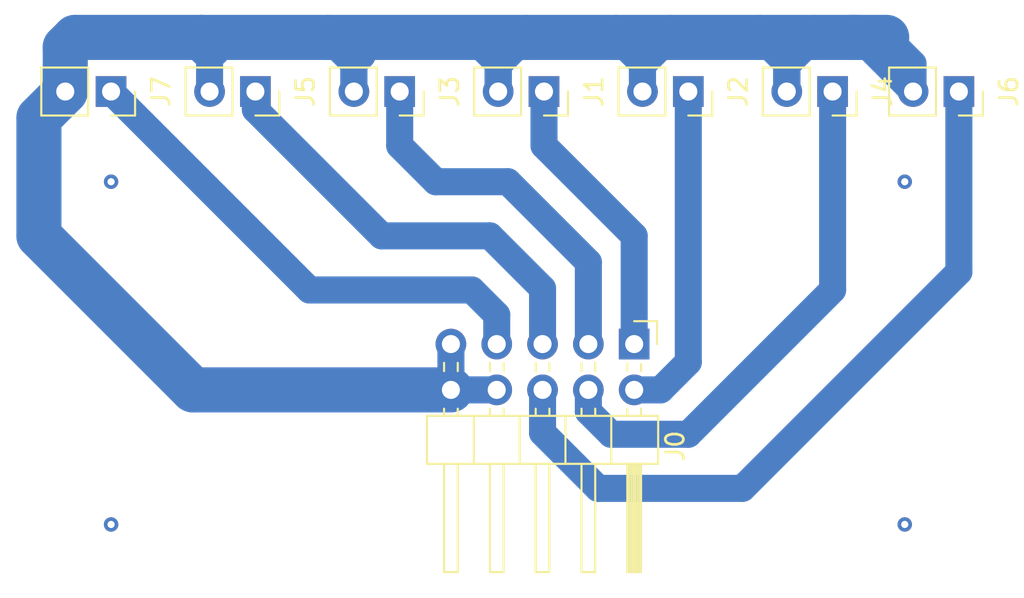
<source format=kicad_pcb>
(kicad_pcb (version 20171130) (host pcbnew 5.1.8)

  (general
    (thickness 1.6)
    (drawings 10)
    (tracks 88)
    (zones 0)
    (modules 8)
    (nets 9)
  )

  (page A4)
  (layers
    (0 F.Cu signal)
    (31 B.Cu signal)
    (32 B.Adhes user)
    (33 F.Adhes user)
    (34 B.Paste user)
    (35 F.Paste user)
    (36 B.SilkS user)
    (37 F.SilkS user)
    (38 B.Mask user)
    (39 F.Mask user)
    (40 Dwgs.User user)
    (41 Cmts.User user)
    (42 Eco1.User user)
    (43 Eco2.User user)
    (44 Edge.Cuts user)
    (45 Margin user)
    (46 B.CrtYd user)
    (47 F.CrtYd user)
    (48 B.Fab user)
    (49 F.Fab user)
  )

  (setup
    (last_trace_width 1.5)
    (user_trace_width 1.5)
    (user_trace_width 2)
    (user_trace_width 2.5)
    (trace_clearance 0.2)
    (zone_clearance 0.508)
    (zone_45_only no)
    (trace_min 0.2)
    (via_size 0.8)
    (via_drill 0.4)
    (via_min_size 0.4)
    (via_min_drill 0.3)
    (uvia_size 0.3)
    (uvia_drill 0.1)
    (uvias_allowed no)
    (uvia_min_size 0.2)
    (uvia_min_drill 0.1)
    (edge_width 0.05)
    (segment_width 0.2)
    (pcb_text_width 0.3)
    (pcb_text_size 1.5 1.5)
    (mod_edge_width 0.12)
    (mod_text_size 1 1)
    (mod_text_width 0.15)
    (pad_size 1.524 1.524)
    (pad_drill 0.762)
    (pad_to_mask_clearance 0)
    (aux_axis_origin 0 0)
    (visible_elements FFFFFF7F)
    (pcbplotparams
      (layerselection 0x01800_fffffffe)
      (usegerberextensions false)
      (usegerberattributes true)
      (usegerberadvancedattributes true)
      (creategerberjobfile true)
      (excludeedgelayer true)
      (linewidth 0.100000)
      (plotframeref false)
      (viasonmask false)
      (mode 1)
      (useauxorigin false)
      (hpglpennumber 1)
      (hpglpenspeed 20)
      (hpglpendiameter 15.000000)
      (psnegative false)
      (psa4output false)
      (plotreference false)
      (plotvalue false)
      (plotinvisibletext false)
      (padsonsilk false)
      (subtractmaskfromsilk false)
      (outputformat 5)
      (mirror false)
      (drillshape 1)
      (scaleselection 1)
      (outputdirectory "./"))
  )

  (net 0 "")
  (net 1 /SEG_D)
  (net 2 /SEG_C)
  (net 3 /SEG_E)
  (net 4 /SEG_B)
  (net 5 /SEG_F)
  (net 6 /SEG_A)
  (net 7 /SEG_G)
  (net 8 /+12V)

  (net_class Default "This is the default net class."
    (clearance 0.2)
    (trace_width 0.25)
    (via_dia 0.8)
    (via_drill 0.4)
    (uvia_dia 0.3)
    (uvia_drill 0.1)
    (add_net /+12V)
    (add_net /SEG_A)
    (add_net /SEG_B)
    (add_net /SEG_C)
    (add_net /SEG_D)
    (add_net /SEG_E)
    (add_net /SEG_F)
    (add_net /SEG_G)
  )

  (module Connector_PinSocket_2.54mm:PinSocket_1x02_P2.54mm_Vertical (layer F.Cu) (tedit 5A19A420) (tstamp 5FB839C3)
    (at 176 62 270)
    (descr "Through hole straight socket strip, 1x02, 2.54mm pitch, single row (from Kicad 4.0.7), script generated")
    (tags "Through hole socket strip THT 1x02 2.54mm single row")
    (path /5FB9468F)
    (fp_text reference J4 (at 0 -2.77 90) (layer F.SilkS)
      (effects (font (size 1 1) (thickness 0.15)))
    )
    (fp_text value Conn_B (at 0 5.31 90) (layer F.Fab)
      (effects (font (size 1 1) (thickness 0.15)))
    )
    (fp_line (start -1.27 -1.27) (end 0.635 -1.27) (layer F.Fab) (width 0.1))
    (fp_line (start 0.635 -1.27) (end 1.27 -0.635) (layer F.Fab) (width 0.1))
    (fp_line (start 1.27 -0.635) (end 1.27 3.81) (layer F.Fab) (width 0.1))
    (fp_line (start 1.27 3.81) (end -1.27 3.81) (layer F.Fab) (width 0.1))
    (fp_line (start -1.27 3.81) (end -1.27 -1.27) (layer F.Fab) (width 0.1))
    (fp_line (start -1.33 1.27) (end 1.33 1.27) (layer F.SilkS) (width 0.12))
    (fp_line (start -1.33 1.27) (end -1.33 3.87) (layer F.SilkS) (width 0.12))
    (fp_line (start -1.33 3.87) (end 1.33 3.87) (layer F.SilkS) (width 0.12))
    (fp_line (start 1.33 1.27) (end 1.33 3.87) (layer F.SilkS) (width 0.12))
    (fp_line (start 1.33 -1.33) (end 1.33 0) (layer F.SilkS) (width 0.12))
    (fp_line (start 0 -1.33) (end 1.33 -1.33) (layer F.SilkS) (width 0.12))
    (fp_line (start -1.8 -1.8) (end 1.75 -1.8) (layer F.CrtYd) (width 0.05))
    (fp_line (start 1.75 -1.8) (end 1.75 4.3) (layer F.CrtYd) (width 0.05))
    (fp_line (start 1.75 4.3) (end -1.8 4.3) (layer F.CrtYd) (width 0.05))
    (fp_line (start -1.8 4.3) (end -1.8 -1.8) (layer F.CrtYd) (width 0.05))
    (fp_text user %R (at 0 1.27) (layer F.Fab)
      (effects (font (size 1 1) (thickness 0.15)))
    )
    (pad 2 thru_hole oval (at 0 2.54 270) (size 1.7 1.7) (drill 1) (layers *.Cu *.Mask)
      (net 8 /+12V))
    (pad 1 thru_hole rect (at 0 0 270) (size 1.7 1.7) (drill 1) (layers *.Cu *.Mask)
      (net 4 /SEG_B))
    (model ${KISYS3DMOD}/Connector_PinSocket_2.54mm.3dshapes/PinSocket_1x02_P2.54mm_Vertical.wrl
      (at (xyz 0 0 0))
      (scale (xyz 1 1 1))
      (rotate (xyz 0 0 0))
    )
  )

  (module Connector_PinSocket_2.54mm:PinSocket_1x02_P2.54mm_Vertical (layer F.Cu) (tedit 5A19A420) (tstamp 5FB83B6A)
    (at 136 62 270)
    (descr "Through hole straight socket strip, 1x02, 2.54mm pitch, single row (from Kicad 4.0.7), script generated")
    (tags "Through hole socket strip THT 1x02 2.54mm single row")
    (path /5FB972F8)
    (fp_text reference J7 (at 0 -2.77 90) (layer F.SilkS)
      (effects (font (size 1 1) (thickness 0.15)))
    )
    (fp_text value Conn_G (at 0 5.31 90) (layer F.Fab)
      (effects (font (size 1 1) (thickness 0.15)))
    )
    (fp_line (start -1.27 -1.27) (end 0.635 -1.27) (layer F.Fab) (width 0.1))
    (fp_line (start 0.635 -1.27) (end 1.27 -0.635) (layer F.Fab) (width 0.1))
    (fp_line (start 1.27 -0.635) (end 1.27 3.81) (layer F.Fab) (width 0.1))
    (fp_line (start 1.27 3.81) (end -1.27 3.81) (layer F.Fab) (width 0.1))
    (fp_line (start -1.27 3.81) (end -1.27 -1.27) (layer F.Fab) (width 0.1))
    (fp_line (start -1.33 1.27) (end 1.33 1.27) (layer F.SilkS) (width 0.12))
    (fp_line (start -1.33 1.27) (end -1.33 3.87) (layer F.SilkS) (width 0.12))
    (fp_line (start -1.33 3.87) (end 1.33 3.87) (layer F.SilkS) (width 0.12))
    (fp_line (start 1.33 1.27) (end 1.33 3.87) (layer F.SilkS) (width 0.12))
    (fp_line (start 1.33 -1.33) (end 1.33 0) (layer F.SilkS) (width 0.12))
    (fp_line (start 0 -1.33) (end 1.33 -1.33) (layer F.SilkS) (width 0.12))
    (fp_line (start -1.8 -1.8) (end 1.75 -1.8) (layer F.CrtYd) (width 0.05))
    (fp_line (start 1.75 -1.8) (end 1.75 4.3) (layer F.CrtYd) (width 0.05))
    (fp_line (start 1.75 4.3) (end -1.8 4.3) (layer F.CrtYd) (width 0.05))
    (fp_line (start -1.8 4.3) (end -1.8 -1.8) (layer F.CrtYd) (width 0.05))
    (fp_text user %R (at 0 1.27) (layer F.Fab)
      (effects (font (size 1 1) (thickness 0.15)))
    )
    (pad 2 thru_hole oval (at 0 2.54 270) (size 1.7 1.7) (drill 1) (layers *.Cu *.Mask)
      (net 8 /+12V))
    (pad 1 thru_hole rect (at 0 0 270) (size 1.7 1.7) (drill 1) (layers *.Cu *.Mask)
      (net 7 /SEG_G))
    (model ${KISYS3DMOD}/Connector_PinSocket_2.54mm.3dshapes/PinSocket_1x02_P2.54mm_Vertical.wrl
      (at (xyz 0 0 0))
      (scale (xyz 1 1 1))
      (rotate (xyz 0 0 0))
    )
  )

  (module Connector_PinSocket_2.54mm:PinSocket_1x02_P2.54mm_Vertical (layer F.Cu) (tedit 5A19A420) (tstamp 5FB839AD)
    (at 152 62 270)
    (descr "Through hole straight socket strip, 1x02, 2.54mm pitch, single row (from Kicad 4.0.7), script generated")
    (tags "Through hole socket strip THT 1x02 2.54mm single row")
    (path /5FB917C5)
    (fp_text reference J3 (at 0 -2.77 90) (layer F.SilkS)
      (effects (font (size 1 1) (thickness 0.15)))
    )
    (fp_text value Conn_E (at 0 5.31 90) (layer F.Fab)
      (effects (font (size 1 1) (thickness 0.15)))
    )
    (fp_line (start -1.27 -1.27) (end 0.635 -1.27) (layer F.Fab) (width 0.1))
    (fp_line (start 0.635 -1.27) (end 1.27 -0.635) (layer F.Fab) (width 0.1))
    (fp_line (start 1.27 -0.635) (end 1.27 3.81) (layer F.Fab) (width 0.1))
    (fp_line (start 1.27 3.81) (end -1.27 3.81) (layer F.Fab) (width 0.1))
    (fp_line (start -1.27 3.81) (end -1.27 -1.27) (layer F.Fab) (width 0.1))
    (fp_line (start -1.33 1.27) (end 1.33 1.27) (layer F.SilkS) (width 0.12))
    (fp_line (start -1.33 1.27) (end -1.33 3.87) (layer F.SilkS) (width 0.12))
    (fp_line (start -1.33 3.87) (end 1.33 3.87) (layer F.SilkS) (width 0.12))
    (fp_line (start 1.33 1.27) (end 1.33 3.87) (layer F.SilkS) (width 0.12))
    (fp_line (start 1.33 -1.33) (end 1.33 0) (layer F.SilkS) (width 0.12))
    (fp_line (start 0 -1.33) (end 1.33 -1.33) (layer F.SilkS) (width 0.12))
    (fp_line (start -1.8 -1.8) (end 1.75 -1.8) (layer F.CrtYd) (width 0.05))
    (fp_line (start 1.75 -1.8) (end 1.75 4.3) (layer F.CrtYd) (width 0.05))
    (fp_line (start 1.75 4.3) (end -1.8 4.3) (layer F.CrtYd) (width 0.05))
    (fp_line (start -1.8 4.3) (end -1.8 -1.8) (layer F.CrtYd) (width 0.05))
    (fp_text user %R (at 0 1.27) (layer F.Fab)
      (effects (font (size 1 1) (thickness 0.15)))
    )
    (pad 2 thru_hole oval (at 0 2.54 270) (size 1.7 1.7) (drill 1) (layers *.Cu *.Mask)
      (net 8 /+12V))
    (pad 1 thru_hole rect (at 0 0 270) (size 1.7 1.7) (drill 1) (layers *.Cu *.Mask)
      (net 3 /SEG_E))
    (model ${KISYS3DMOD}/Connector_PinSocket_2.54mm.3dshapes/PinSocket_1x02_P2.54mm_Vertical.wrl
      (at (xyz 0 0 0))
      (scale (xyz 1 1 1))
      (rotate (xyz 0 0 0))
    )
  )

  (module Connector_PinSocket_2.54mm:PinSocket_1x02_P2.54mm_Vertical (layer F.Cu) (tedit 5A19A420) (tstamp 5FB83997)
    (at 168 62 270)
    (descr "Through hole straight socket strip, 1x02, 2.54mm pitch, single row (from Kicad 4.0.7), script generated")
    (tags "Through hole socket strip THT 1x02 2.54mm single row")
    (path /5FB90BAE)
    (fp_text reference J2 (at 0 -2.77 90) (layer F.SilkS)
      (effects (font (size 1 1) (thickness 0.15)))
    )
    (fp_text value Conn_C (at 0 5.31 90) (layer F.Fab)
      (effects (font (size 1 1) (thickness 0.15)))
    )
    (fp_line (start -1.27 -1.27) (end 0.635 -1.27) (layer F.Fab) (width 0.1))
    (fp_line (start 0.635 -1.27) (end 1.27 -0.635) (layer F.Fab) (width 0.1))
    (fp_line (start 1.27 -0.635) (end 1.27 3.81) (layer F.Fab) (width 0.1))
    (fp_line (start 1.27 3.81) (end -1.27 3.81) (layer F.Fab) (width 0.1))
    (fp_line (start -1.27 3.81) (end -1.27 -1.27) (layer F.Fab) (width 0.1))
    (fp_line (start -1.33 1.27) (end 1.33 1.27) (layer F.SilkS) (width 0.12))
    (fp_line (start -1.33 1.27) (end -1.33 3.87) (layer F.SilkS) (width 0.12))
    (fp_line (start -1.33 3.87) (end 1.33 3.87) (layer F.SilkS) (width 0.12))
    (fp_line (start 1.33 1.27) (end 1.33 3.87) (layer F.SilkS) (width 0.12))
    (fp_line (start 1.33 -1.33) (end 1.33 0) (layer F.SilkS) (width 0.12))
    (fp_line (start 0 -1.33) (end 1.33 -1.33) (layer F.SilkS) (width 0.12))
    (fp_line (start -1.8 -1.8) (end 1.75 -1.8) (layer F.CrtYd) (width 0.05))
    (fp_line (start 1.75 -1.8) (end 1.75 4.3) (layer F.CrtYd) (width 0.05))
    (fp_line (start 1.75 4.3) (end -1.8 4.3) (layer F.CrtYd) (width 0.05))
    (fp_line (start -1.8 4.3) (end -1.8 -1.8) (layer F.CrtYd) (width 0.05))
    (fp_text user %R (at 0 1.27) (layer F.Fab)
      (effects (font (size 1 1) (thickness 0.15)))
    )
    (pad 2 thru_hole oval (at 0 2.54 270) (size 1.7 1.7) (drill 1) (layers *.Cu *.Mask)
      (net 8 /+12V))
    (pad 1 thru_hole rect (at 0 0 270) (size 1.7 1.7) (drill 1) (layers *.Cu *.Mask)
      (net 2 /SEG_C))
    (model ${KISYS3DMOD}/Connector_PinSocket_2.54mm.3dshapes/PinSocket_1x02_P2.54mm_Vertical.wrl
      (at (xyz 0 0 0))
      (scale (xyz 1 1 1))
      (rotate (xyz 0 0 0))
    )
  )

  (module Connector_PinSocket_2.54mm:PinSocket_1x02_P2.54mm_Vertical (layer F.Cu) (tedit 5A19A420) (tstamp 5FB839EF)
    (at 183 62 270)
    (descr "Through hole straight socket strip, 1x02, 2.54mm pitch, single row (from Kicad 4.0.7), script generated")
    (tags "Through hole socket strip THT 1x02 2.54mm single row")
    (path /5FB9655A)
    (fp_text reference J6 (at 0 -2.77 90) (layer F.SilkS)
      (effects (font (size 1 1) (thickness 0.15)))
    )
    (fp_text value Conn_A (at 0 5.31 90) (layer F.Fab)
      (effects (font (size 1 1) (thickness 0.15)))
    )
    (fp_line (start -1.27 -1.27) (end 0.635 -1.27) (layer F.Fab) (width 0.1))
    (fp_line (start 0.635 -1.27) (end 1.27 -0.635) (layer F.Fab) (width 0.1))
    (fp_line (start 1.27 -0.635) (end 1.27 3.81) (layer F.Fab) (width 0.1))
    (fp_line (start 1.27 3.81) (end -1.27 3.81) (layer F.Fab) (width 0.1))
    (fp_line (start -1.27 3.81) (end -1.27 -1.27) (layer F.Fab) (width 0.1))
    (fp_line (start -1.33 1.27) (end 1.33 1.27) (layer F.SilkS) (width 0.12))
    (fp_line (start -1.33 1.27) (end -1.33 3.87) (layer F.SilkS) (width 0.12))
    (fp_line (start -1.33 3.87) (end 1.33 3.87) (layer F.SilkS) (width 0.12))
    (fp_line (start 1.33 1.27) (end 1.33 3.87) (layer F.SilkS) (width 0.12))
    (fp_line (start 1.33 -1.33) (end 1.33 0) (layer F.SilkS) (width 0.12))
    (fp_line (start 0 -1.33) (end 1.33 -1.33) (layer F.SilkS) (width 0.12))
    (fp_line (start -1.8 -1.8) (end 1.75 -1.8) (layer F.CrtYd) (width 0.05))
    (fp_line (start 1.75 -1.8) (end 1.75 4.3) (layer F.CrtYd) (width 0.05))
    (fp_line (start 1.75 4.3) (end -1.8 4.3) (layer F.CrtYd) (width 0.05))
    (fp_line (start -1.8 4.3) (end -1.8 -1.8) (layer F.CrtYd) (width 0.05))
    (fp_text user %R (at 0 1.27) (layer F.Fab)
      (effects (font (size 1 1) (thickness 0.15)))
    )
    (pad 2 thru_hole oval (at 0 2.54 270) (size 1.7 1.7) (drill 1) (layers *.Cu *.Mask)
      (net 8 /+12V))
    (pad 1 thru_hole rect (at 0 0 270) (size 1.7 1.7) (drill 1) (layers *.Cu *.Mask)
      (net 6 /SEG_A))
    (model ${KISYS3DMOD}/Connector_PinSocket_2.54mm.3dshapes/PinSocket_1x02_P2.54mm_Vertical.wrl
      (at (xyz 0 0 0))
      (scale (xyz 1 1 1))
      (rotate (xyz 0 0 0))
    )
  )

  (module Connector_PinSocket_2.54mm:PinSocket_1x02_P2.54mm_Vertical (layer F.Cu) (tedit 5A19A420) (tstamp 5FB83AD3)
    (at 160 62 270)
    (descr "Through hole straight socket strip, 1x02, 2.54mm pitch, single row (from Kicad 4.0.7), script generated")
    (tags "Through hole socket strip THT 1x02 2.54mm single row")
    (path /5FB8EB95)
    (fp_text reference J1 (at 0 -2.77 90) (layer F.SilkS)
      (effects (font (size 1 1) (thickness 0.15)))
    )
    (fp_text value Conn_D (at 0 5.31 90) (layer F.Fab)
      (effects (font (size 1 1) (thickness 0.15)))
    )
    (fp_line (start -1.27 -1.27) (end 0.635 -1.27) (layer F.Fab) (width 0.1))
    (fp_line (start 0.635 -1.27) (end 1.27 -0.635) (layer F.Fab) (width 0.1))
    (fp_line (start 1.27 -0.635) (end 1.27 3.81) (layer F.Fab) (width 0.1))
    (fp_line (start 1.27 3.81) (end -1.27 3.81) (layer F.Fab) (width 0.1))
    (fp_line (start -1.27 3.81) (end -1.27 -1.27) (layer F.Fab) (width 0.1))
    (fp_line (start -1.33 1.27) (end 1.33 1.27) (layer F.SilkS) (width 0.12))
    (fp_line (start -1.33 1.27) (end -1.33 3.87) (layer F.SilkS) (width 0.12))
    (fp_line (start -1.33 3.87) (end 1.33 3.87) (layer F.SilkS) (width 0.12))
    (fp_line (start 1.33 1.27) (end 1.33 3.87) (layer F.SilkS) (width 0.12))
    (fp_line (start 1.33 -1.33) (end 1.33 0) (layer F.SilkS) (width 0.12))
    (fp_line (start 0 -1.33) (end 1.33 -1.33) (layer F.SilkS) (width 0.12))
    (fp_line (start -1.8 -1.8) (end 1.75 -1.8) (layer F.CrtYd) (width 0.05))
    (fp_line (start 1.75 -1.8) (end 1.75 4.3) (layer F.CrtYd) (width 0.05))
    (fp_line (start 1.75 4.3) (end -1.8 4.3) (layer F.CrtYd) (width 0.05))
    (fp_line (start -1.8 4.3) (end -1.8 -1.8) (layer F.CrtYd) (width 0.05))
    (fp_text user %R (at 0 1.27) (layer F.Fab)
      (effects (font (size 1 1) (thickness 0.15)))
    )
    (pad 2 thru_hole oval (at 0 2.54 270) (size 1.7 1.7) (drill 1) (layers *.Cu *.Mask)
      (net 8 /+12V))
    (pad 1 thru_hole rect (at 0 0 270) (size 1.7 1.7) (drill 1) (layers *.Cu *.Mask)
      (net 1 /SEG_D))
    (model ${KISYS3DMOD}/Connector_PinSocket_2.54mm.3dshapes/PinSocket_1x02_P2.54mm_Vertical.wrl
      (at (xyz 0 0 0))
      (scale (xyz 1 1 1))
      (rotate (xyz 0 0 0))
    )
  )

  (module Connector_PinSocket_2.54mm:PinSocket_1x02_P2.54mm_Vertical (layer F.Cu) (tedit 5A19A420) (tstamp 5FB839D9)
    (at 144 62 270)
    (descr "Through hole straight socket strip, 1x02, 2.54mm pitch, single row (from Kicad 4.0.7), script generated")
    (tags "Through hole socket strip THT 1x02 2.54mm single row")
    (path /5FB95496)
    (fp_text reference J5 (at 0 -2.77 90) (layer F.SilkS)
      (effects (font (size 1 1) (thickness 0.15)))
    )
    (fp_text value Conn_F (at 0 5.31 90) (layer F.Fab)
      (effects (font (size 1 1) (thickness 0.15)))
    )
    (fp_line (start -1.27 -1.27) (end 0.635 -1.27) (layer F.Fab) (width 0.1))
    (fp_line (start 0.635 -1.27) (end 1.27 -0.635) (layer F.Fab) (width 0.1))
    (fp_line (start 1.27 -0.635) (end 1.27 3.81) (layer F.Fab) (width 0.1))
    (fp_line (start 1.27 3.81) (end -1.27 3.81) (layer F.Fab) (width 0.1))
    (fp_line (start -1.27 3.81) (end -1.27 -1.27) (layer F.Fab) (width 0.1))
    (fp_line (start -1.33 1.27) (end 1.33 1.27) (layer F.SilkS) (width 0.12))
    (fp_line (start -1.33 1.27) (end -1.33 3.87) (layer F.SilkS) (width 0.12))
    (fp_line (start -1.33 3.87) (end 1.33 3.87) (layer F.SilkS) (width 0.12))
    (fp_line (start 1.33 1.27) (end 1.33 3.87) (layer F.SilkS) (width 0.12))
    (fp_line (start 1.33 -1.33) (end 1.33 0) (layer F.SilkS) (width 0.12))
    (fp_line (start 0 -1.33) (end 1.33 -1.33) (layer F.SilkS) (width 0.12))
    (fp_line (start -1.8 -1.8) (end 1.75 -1.8) (layer F.CrtYd) (width 0.05))
    (fp_line (start 1.75 -1.8) (end 1.75 4.3) (layer F.CrtYd) (width 0.05))
    (fp_line (start 1.75 4.3) (end -1.8 4.3) (layer F.CrtYd) (width 0.05))
    (fp_line (start -1.8 4.3) (end -1.8 -1.8) (layer F.CrtYd) (width 0.05))
    (fp_text user %R (at 0 1.27) (layer F.Fab)
      (effects (font (size 1 1) (thickness 0.15)))
    )
    (pad 2 thru_hole oval (at 0 2.54 270) (size 1.7 1.7) (drill 1) (layers *.Cu *.Mask)
      (net 8 /+12V))
    (pad 1 thru_hole rect (at 0 0 270) (size 1.7 1.7) (drill 1) (layers *.Cu *.Mask)
      (net 5 /SEG_F))
    (model ${KISYS3DMOD}/Connector_PinSocket_2.54mm.3dshapes/PinSocket_1x02_P2.54mm_Vertical.wrl
      (at (xyz 0 0 0))
      (scale (xyz 1 1 1))
      (rotate (xyz 0 0 0))
    )
  )

  (module Connector_PinHeader_2.54mm:PinHeader_2x05_P2.54mm_Horizontal (layer F.Cu) (tedit 59FED5CB) (tstamp 5FB7AC14)
    (at 165 76 270)
    (descr "Through hole angled pin header, 2x05, 2.54mm pitch, 6mm pin length, double rows")
    (tags "Through hole angled pin header THT 2x05 2.54mm double row")
    (path /5FC01017)
    (fp_text reference J0 (at 5.655 -2.27 90) (layer F.SilkS)
      (effects (font (size 1 1) (thickness 0.15)))
    )
    (fp_text value Flat_7seg_F (at 5.655 12.43 90) (layer F.Fab)
      (effects (font (size 1 1) (thickness 0.15)))
    )
    (fp_line (start 13.1 -1.8) (end -1.8 -1.8) (layer F.CrtYd) (width 0.05))
    (fp_line (start 13.1 11.95) (end 13.1 -1.8) (layer F.CrtYd) (width 0.05))
    (fp_line (start -1.8 11.95) (end 13.1 11.95) (layer F.CrtYd) (width 0.05))
    (fp_line (start -1.8 -1.8) (end -1.8 11.95) (layer F.CrtYd) (width 0.05))
    (fp_line (start -1.27 -1.27) (end 0 -1.27) (layer F.SilkS) (width 0.12))
    (fp_line (start -1.27 0) (end -1.27 -1.27) (layer F.SilkS) (width 0.12))
    (fp_line (start 1.042929 10.54) (end 1.497071 10.54) (layer F.SilkS) (width 0.12))
    (fp_line (start 1.042929 9.78) (end 1.497071 9.78) (layer F.SilkS) (width 0.12))
    (fp_line (start 3.582929 10.54) (end 3.98 10.54) (layer F.SilkS) (width 0.12))
    (fp_line (start 3.582929 9.78) (end 3.98 9.78) (layer F.SilkS) (width 0.12))
    (fp_line (start 12.64 10.54) (end 6.64 10.54) (layer F.SilkS) (width 0.12))
    (fp_line (start 12.64 9.78) (end 12.64 10.54) (layer F.SilkS) (width 0.12))
    (fp_line (start 6.64 9.78) (end 12.64 9.78) (layer F.SilkS) (width 0.12))
    (fp_line (start 3.98 8.89) (end 6.64 8.89) (layer F.SilkS) (width 0.12))
    (fp_line (start 1.042929 8) (end 1.497071 8) (layer F.SilkS) (width 0.12))
    (fp_line (start 1.042929 7.24) (end 1.497071 7.24) (layer F.SilkS) (width 0.12))
    (fp_line (start 3.582929 8) (end 3.98 8) (layer F.SilkS) (width 0.12))
    (fp_line (start 3.582929 7.24) (end 3.98 7.24) (layer F.SilkS) (width 0.12))
    (fp_line (start 12.64 8) (end 6.64 8) (layer F.SilkS) (width 0.12))
    (fp_line (start 12.64 7.24) (end 12.64 8) (layer F.SilkS) (width 0.12))
    (fp_line (start 6.64 7.24) (end 12.64 7.24) (layer F.SilkS) (width 0.12))
    (fp_line (start 3.98 6.35) (end 6.64 6.35) (layer F.SilkS) (width 0.12))
    (fp_line (start 1.042929 5.46) (end 1.497071 5.46) (layer F.SilkS) (width 0.12))
    (fp_line (start 1.042929 4.7) (end 1.497071 4.7) (layer F.SilkS) (width 0.12))
    (fp_line (start 3.582929 5.46) (end 3.98 5.46) (layer F.SilkS) (width 0.12))
    (fp_line (start 3.582929 4.7) (end 3.98 4.7) (layer F.SilkS) (width 0.12))
    (fp_line (start 12.64 5.46) (end 6.64 5.46) (layer F.SilkS) (width 0.12))
    (fp_line (start 12.64 4.7) (end 12.64 5.46) (layer F.SilkS) (width 0.12))
    (fp_line (start 6.64 4.7) (end 12.64 4.7) (layer F.SilkS) (width 0.12))
    (fp_line (start 3.98 3.81) (end 6.64 3.81) (layer F.SilkS) (width 0.12))
    (fp_line (start 1.042929 2.92) (end 1.497071 2.92) (layer F.SilkS) (width 0.12))
    (fp_line (start 1.042929 2.16) (end 1.497071 2.16) (layer F.SilkS) (width 0.12))
    (fp_line (start 3.582929 2.92) (end 3.98 2.92) (layer F.SilkS) (width 0.12))
    (fp_line (start 3.582929 2.16) (end 3.98 2.16) (layer F.SilkS) (width 0.12))
    (fp_line (start 12.64 2.92) (end 6.64 2.92) (layer F.SilkS) (width 0.12))
    (fp_line (start 12.64 2.16) (end 12.64 2.92) (layer F.SilkS) (width 0.12))
    (fp_line (start 6.64 2.16) (end 12.64 2.16) (layer F.SilkS) (width 0.12))
    (fp_line (start 3.98 1.27) (end 6.64 1.27) (layer F.SilkS) (width 0.12))
    (fp_line (start 1.11 0.38) (end 1.497071 0.38) (layer F.SilkS) (width 0.12))
    (fp_line (start 1.11 -0.38) (end 1.497071 -0.38) (layer F.SilkS) (width 0.12))
    (fp_line (start 3.582929 0.38) (end 3.98 0.38) (layer F.SilkS) (width 0.12))
    (fp_line (start 3.582929 -0.38) (end 3.98 -0.38) (layer F.SilkS) (width 0.12))
    (fp_line (start 6.64 0.28) (end 12.64 0.28) (layer F.SilkS) (width 0.12))
    (fp_line (start 6.64 0.16) (end 12.64 0.16) (layer F.SilkS) (width 0.12))
    (fp_line (start 6.64 0.04) (end 12.64 0.04) (layer F.SilkS) (width 0.12))
    (fp_line (start 6.64 -0.08) (end 12.64 -0.08) (layer F.SilkS) (width 0.12))
    (fp_line (start 6.64 -0.2) (end 12.64 -0.2) (layer F.SilkS) (width 0.12))
    (fp_line (start 6.64 -0.32) (end 12.64 -0.32) (layer F.SilkS) (width 0.12))
    (fp_line (start 12.64 0.38) (end 6.64 0.38) (layer F.SilkS) (width 0.12))
    (fp_line (start 12.64 -0.38) (end 12.64 0.38) (layer F.SilkS) (width 0.12))
    (fp_line (start 6.64 -0.38) (end 12.64 -0.38) (layer F.SilkS) (width 0.12))
    (fp_line (start 6.64 -1.33) (end 3.98 -1.33) (layer F.SilkS) (width 0.12))
    (fp_line (start 6.64 11.49) (end 6.64 -1.33) (layer F.SilkS) (width 0.12))
    (fp_line (start 3.98 11.49) (end 6.64 11.49) (layer F.SilkS) (width 0.12))
    (fp_line (start 3.98 -1.33) (end 3.98 11.49) (layer F.SilkS) (width 0.12))
    (fp_line (start 6.58 10.48) (end 12.58 10.48) (layer F.Fab) (width 0.1))
    (fp_line (start 12.58 9.84) (end 12.58 10.48) (layer F.Fab) (width 0.1))
    (fp_line (start 6.58 9.84) (end 12.58 9.84) (layer F.Fab) (width 0.1))
    (fp_line (start -0.32 10.48) (end 4.04 10.48) (layer F.Fab) (width 0.1))
    (fp_line (start -0.32 9.84) (end -0.32 10.48) (layer F.Fab) (width 0.1))
    (fp_line (start -0.32 9.84) (end 4.04 9.84) (layer F.Fab) (width 0.1))
    (fp_line (start 6.58 7.94) (end 12.58 7.94) (layer F.Fab) (width 0.1))
    (fp_line (start 12.58 7.3) (end 12.58 7.94) (layer F.Fab) (width 0.1))
    (fp_line (start 6.58 7.3) (end 12.58 7.3) (layer F.Fab) (width 0.1))
    (fp_line (start -0.32 7.94) (end 4.04 7.94) (layer F.Fab) (width 0.1))
    (fp_line (start -0.32 7.3) (end -0.32 7.94) (layer F.Fab) (width 0.1))
    (fp_line (start -0.32 7.3) (end 4.04 7.3) (layer F.Fab) (width 0.1))
    (fp_line (start 6.58 5.4) (end 12.58 5.4) (layer F.Fab) (width 0.1))
    (fp_line (start 12.58 4.76) (end 12.58 5.4) (layer F.Fab) (width 0.1))
    (fp_line (start 6.58 4.76) (end 12.58 4.76) (layer F.Fab) (width 0.1))
    (fp_line (start -0.32 5.4) (end 4.04 5.4) (layer F.Fab) (width 0.1))
    (fp_line (start -0.32 4.76) (end -0.32 5.4) (layer F.Fab) (width 0.1))
    (fp_line (start -0.32 4.76) (end 4.04 4.76) (layer F.Fab) (width 0.1))
    (fp_line (start 6.58 2.86) (end 12.58 2.86) (layer F.Fab) (width 0.1))
    (fp_line (start 12.58 2.22) (end 12.58 2.86) (layer F.Fab) (width 0.1))
    (fp_line (start 6.58 2.22) (end 12.58 2.22) (layer F.Fab) (width 0.1))
    (fp_line (start -0.32 2.86) (end 4.04 2.86) (layer F.Fab) (width 0.1))
    (fp_line (start -0.32 2.22) (end -0.32 2.86) (layer F.Fab) (width 0.1))
    (fp_line (start -0.32 2.22) (end 4.04 2.22) (layer F.Fab) (width 0.1))
    (fp_line (start 6.58 0.32) (end 12.58 0.32) (layer F.Fab) (width 0.1))
    (fp_line (start 12.58 -0.32) (end 12.58 0.32) (layer F.Fab) (width 0.1))
    (fp_line (start 6.58 -0.32) (end 12.58 -0.32) (layer F.Fab) (width 0.1))
    (fp_line (start -0.32 0.32) (end 4.04 0.32) (layer F.Fab) (width 0.1))
    (fp_line (start -0.32 -0.32) (end -0.32 0.32) (layer F.Fab) (width 0.1))
    (fp_line (start -0.32 -0.32) (end 4.04 -0.32) (layer F.Fab) (width 0.1))
    (fp_line (start 4.04 -0.635) (end 4.675 -1.27) (layer F.Fab) (width 0.1))
    (fp_line (start 4.04 11.43) (end 4.04 -0.635) (layer F.Fab) (width 0.1))
    (fp_line (start 6.58 11.43) (end 4.04 11.43) (layer F.Fab) (width 0.1))
    (fp_line (start 6.58 -1.27) (end 6.58 11.43) (layer F.Fab) (width 0.1))
    (fp_line (start 4.675 -1.27) (end 6.58 -1.27) (layer F.Fab) (width 0.1))
    (fp_text user %R (at 5.31 5.08) (layer F.Fab)
      (effects (font (size 1 1) (thickness 0.15)))
    )
    (pad 1 thru_hole rect (at 0 0 270) (size 1.7 1.7) (drill 1) (layers *.Cu *.Mask)
      (net 1 /SEG_D))
    (pad 2 thru_hole oval (at 2.54 0 270) (size 1.7 1.7) (drill 1) (layers *.Cu *.Mask)
      (net 2 /SEG_C))
    (pad 3 thru_hole oval (at 0 2.54 270) (size 1.7 1.7) (drill 1) (layers *.Cu *.Mask)
      (net 3 /SEG_E))
    (pad 4 thru_hole oval (at 2.54 2.54 270) (size 1.7 1.7) (drill 1) (layers *.Cu *.Mask)
      (net 4 /SEG_B))
    (pad 5 thru_hole oval (at 0 5.08 270) (size 1.7 1.7) (drill 1) (layers *.Cu *.Mask)
      (net 5 /SEG_F))
    (pad 6 thru_hole oval (at 2.54 5.08 270) (size 1.7 1.7) (drill 1) (layers *.Cu *.Mask)
      (net 6 /SEG_A))
    (pad 7 thru_hole oval (at 0 7.62 270) (size 1.7 1.7) (drill 1) (layers *.Cu *.Mask)
      (net 7 /SEG_G))
    (pad 8 thru_hole oval (at 2.54 7.62 270) (size 1.7 1.7) (drill 1) (layers *.Cu *.Mask)
      (net 8 /+12V))
    (pad 9 thru_hole oval (at 0 10.16 270) (size 1.7 1.7) (drill 1) (layers *.Cu *.Mask)
      (net 8 /+12V))
    (pad 10 thru_hole oval (at 2.54 10.16 270) (size 1.7 1.7) (drill 1) (layers *.Cu *.Mask)
      (net 8 /+12V))
    (model ${KISYS3DMOD}/Connector_PinHeader_2.54mm.3dshapes/PinHeader_2x05_P2.54mm_Horizontal.wrl
      (at (xyz 0 0 0))
      (scale (xyz 1 1 1))
      (rotate (xyz 0 0 0))
    )
  )

  (gr_text 33mm (at 183 82) (layer Eco2.User)
    (effects (font (size 1 1) (thickness 0.15)))
  )
  (gr_text 56mm (at 140 89) (layer Eco2.User)
    (effects (font (size 1 1) (thickness 0.15)))
  )
  (gr_circle (center 180 86) (end 181 87) (layer Dwgs.User) (width 0.15) (tstamp 5FB83F7D))
  (gr_circle (center 136 86) (end 137 87) (layer Dwgs.User) (width 0.15) (tstamp 5FB83F7D))
  (gr_circle (center 136 67) (end 137 68) (layer Dwgs.User) (width 0.15) (tstamp 5FB83F7D))
  (gr_circle (center 180 67) (end 181 68) (layer Dwgs.User) (width 0.15))
  (gr_line (start 186 57) (end 130 57) (layer Eco2.User) (width 0.15) (tstamp 5FB83F78))
  (gr_line (start 186 90) (end 186 57) (layer Eco2.User) (width 0.15))
  (gr_line (start 130 90) (end 186 90) (layer Eco2.User) (width 0.15))
  (gr_line (start 130 57) (end 130 90) (layer Eco2.User) (width 0.15))

  (via (at 180 67) (size 0.8) (drill 0.4) (layers F.Cu B.Cu) (net 0))
  (via (at 180 86) (size 0.8) (drill 0.4) (layers F.Cu B.Cu) (net 0))
  (via (at 136 86) (size 0.8) (drill 0.4) (layers F.Cu B.Cu) (net 0))
  (via (at 136 67) (size 0.8) (drill 0.4) (layers F.Cu B.Cu) (net 0))
  (segment (start 160 62) (end 160 65) (width 1.5) (layer B.Cu) (net 1))
  (segment (start 160 65) (end 165 70) (width 1.5) (layer B.Cu) (net 1))
  (segment (start 165 70) (end 165 76) (width 1.5) (layer B.Cu) (net 1))
  (segment (start 166.46 78.54) (end 168 77) (width 1.5) (layer B.Cu) (net 2))
  (segment (start 168 77) (end 168 62) (width 1.5) (layer B.Cu) (net 2))
  (segment (start 165 78.54) (end 166.46 78.54) (width 1.5) (layer B.Cu) (net 2))
  (segment (start 162.46 71.46) (end 158 67) (width 1.5) (layer B.Cu) (net 3))
  (segment (start 158 67) (end 154 67) (width 1.5) (layer B.Cu) (net 3))
  (segment (start 154 67) (end 152 65) (width 1.5) (layer B.Cu) (net 3))
  (segment (start 152 65) (end 152 62) (width 1.5) (layer B.Cu) (net 3))
  (segment (start 162.46 76) (end 162.46 71.46) (width 1.5) (layer B.Cu) (net 3))
  (segment (start 162.46 79.742081) (end 163.717919 81) (width 1.5) (layer B.Cu) (net 4))
  (segment (start 163.717919 81) (end 168 81) (width 1.5) (layer B.Cu) (net 4))
  (segment (start 168 81) (end 176 73) (width 1.5) (layer B.Cu) (net 4))
  (segment (start 176 73) (end 176 62) (width 1.5) (layer B.Cu) (net 4))
  (segment (start 162.46 78.54) (end 162.46 79.742081) (width 1.5) (layer B.Cu) (net 4))
  (segment (start 151 70) (end 157 70) (width 1.5) (layer B.Cu) (net 5))
  (segment (start 157 70) (end 159.92 72.92) (width 1.5) (layer B.Cu) (net 5))
  (segment (start 144 63) (end 151 70) (width 1.5) (layer B.Cu) (net 5))
  (segment (start 144 62) (end 144 63) (width 1.5) (layer B.Cu) (net 5))
  (segment (start 159.92 72.92) (end 159.92 76) (width 1.5) (layer B.Cu) (net 5))
  (segment (start 171 84) (end 183 72) (width 1.5) (layer B.Cu) (net 6))
  (segment (start 159.92 80.92) (end 163 84) (width 1.5) (layer B.Cu) (net 6))
  (segment (start 163 84) (end 171 84) (width 1.5) (layer B.Cu) (net 6))
  (segment (start 183 72) (end 183 62) (width 1.5) (layer B.Cu) (net 6))
  (segment (start 159.92 78.54) (end 159.92 80.92) (width 1.5) (layer B.Cu) (net 6))
  (segment (start 147 73) (end 156 73) (width 1.5) (layer B.Cu) (net 7))
  (segment (start 156 73) (end 157.38 74.38) (width 1.5) (layer B.Cu) (net 7))
  (segment (start 136 62) (end 147 73) (width 1.5) (layer B.Cu) (net 7))
  (segment (start 157.38 74.38) (end 157.38 76) (width 1.5) (layer B.Cu) (net 7))
  (segment (start 154.84 76) (end 154.84 78.54) (width 1.5) (layer B.Cu) (net 8))
  (segment (start 141.46 62) (end 141.46 59.54) (width 1.5) (layer B.Cu) (net 8))
  (segment (start 141.46 59.54) (end 142 59) (width 1.5) (layer B.Cu) (net 8))
  (segment (start 149.46 59.54) (end 150 59) (width 1.5) (layer B.Cu) (net 8))
  (segment (start 142 59) (end 150 59) (width 1.5) (layer B.Cu) (net 8))
  (segment (start 157.46 59.54) (end 158 59) (width 1.5) (layer B.Cu) (net 8))
  (segment (start 165.46 59.54) (end 166 59) (width 1.5) (layer B.Cu) (net 8))
  (segment (start 158 59) (end 166 59) (width 1.5) (layer B.Cu) (net 8))
  (segment (start 173.46 59.54) (end 174 59) (width 1.5) (layer B.Cu) (net 8))
  (segment (start 174 59) (end 177.46 59) (width 1.5) (layer B.Cu) (net 8))
  (segment (start 166 59) (end 174 59) (width 1.5) (layer B.Cu) (net 8))
  (segment (start 140.54 78.54) (end 132 70) (width 2.5) (layer B.Cu) (net 8))
  (segment (start 132 63.46) (end 133.46 62) (width 2.5) (layer B.Cu) (net 8))
  (segment (start 132 70) (end 132 63.46) (width 2.5) (layer B.Cu) (net 8))
  (segment (start 133.46 62) (end 133.46 59.54) (width 2.5) (layer B.Cu) (net 8))
  (segment (start 133.46 59.54) (end 134 59) (width 2.5) (layer B.Cu) (net 8))
  (segment (start 141.46 59.46) (end 141 59) (width 2.5) (layer B.Cu) (net 8))
  (segment (start 141 59) (end 142 59) (width 1.5) (layer B.Cu) (net 8))
  (segment (start 141 59) (end 134 59) (width 2.5) (layer B.Cu) (net 8))
  (segment (start 180.46 62) (end 177.46 59) (width 1.5) (layer B.Cu) (net 8))
  (segment (start 173.46 62) (end 173.46 59.54) (width 1.5) (layer B.Cu) (net 8))
  (segment (start 165.46 62) (end 165.46 59.54) (width 1.5) (layer B.Cu) (net 8))
  (segment (start 157.46 62) (end 157.46 59.54) (width 1.5) (layer B.Cu) (net 8))
  (segment (start 149.46 62) (end 149.46 59.54) (width 1.5) (layer B.Cu) (net 8))
  (segment (start 157.38 78.54) (end 154.84 78.54) (width 1.5) (layer B.Cu) (net 8))
  (segment (start 154.84 78.54) (end 140.54 78.54) (width 2.5) (layer B.Cu) (net 8))
  (segment (start 149.46 60.46) (end 149.92 60) (width 1.5) (layer B.Cu) (net 8))
  (segment (start 149.46 60.46) (end 148 59) (width 1.5) (layer B.Cu) (net 8))
  (segment (start 149.46 62) (end 149.46 60.46) (width 1.5) (layer B.Cu) (net 8))
  (segment (start 141 59) (end 148 59) (width 2.5) (layer B.Cu) (net 8))
  (segment (start 157.46 60.46) (end 156 59) (width 1.5) (layer B.Cu) (net 8))
  (segment (start 157.46 62) (end 157.46 60.46) (width 1.5) (layer B.Cu) (net 8))
  (segment (start 156 59) (end 158 59) (width 1.5) (layer B.Cu) (net 8))
  (segment (start 150 59) (end 156 59) (width 1.5) (layer B.Cu) (net 8))
  (segment (start 157.46 60.54) (end 159 59) (width 1.5) (layer B.Cu) (net 8))
  (segment (start 157.46 62) (end 157.46 60.54) (width 1.5) (layer B.Cu) (net 8))
  (segment (start 148 59) (end 159 59) (width 2.5) (layer B.Cu) (net 8))
  (segment (start 165.46 60.46) (end 164 59) (width 1.5) (layer B.Cu) (net 8))
  (segment (start 165.46 62) (end 165.46 60.46) (width 1.5) (layer B.Cu) (net 8))
  (segment (start 159 59) (end 164 59) (width 2.5) (layer B.Cu) (net 8))
  (segment (start 165.46 60.54) (end 167 59) (width 1.5) (layer B.Cu) (net 8))
  (segment (start 165.46 62) (end 165.46 60.54) (width 1.5) (layer B.Cu) (net 8))
  (segment (start 164 59) (end 167 59) (width 2.5) (layer B.Cu) (net 8))
  (segment (start 173.46 60.46) (end 172 59) (width 1.5) (layer B.Cu) (net 8))
  (segment (start 173.46 62) (end 173.46 60.46) (width 1.5) (layer B.Cu) (net 8))
  (segment (start 167 59) (end 172 59) (width 2.5) (layer B.Cu) (net 8))
  (segment (start 173.46 60.54) (end 175 59) (width 1.5) (layer B.Cu) (net 8))
  (segment (start 173.46 62) (end 173.46 60.54) (width 1.5) (layer B.Cu) (net 8))
  (segment (start 175 59) (end 177.46 59) (width 2.5) (layer B.Cu) (net 8))
  (segment (start 172 59) (end 175 59) (width 2.5) (layer B.Cu) (net 8))
  (segment (start 180.46 62) (end 180.46 60.46) (width 1.5) (layer B.Cu) (net 8))
  (segment (start 180.46 60.46) (end 179 59) (width 1.5) (layer B.Cu) (net 8))
  (segment (start 177 59) (end 179 59) (width 2.5) (layer B.Cu) (net 8))
  (segment (start 177 59) (end 172 59) (width 1.5) (layer B.Cu) (net 8))

)

</source>
